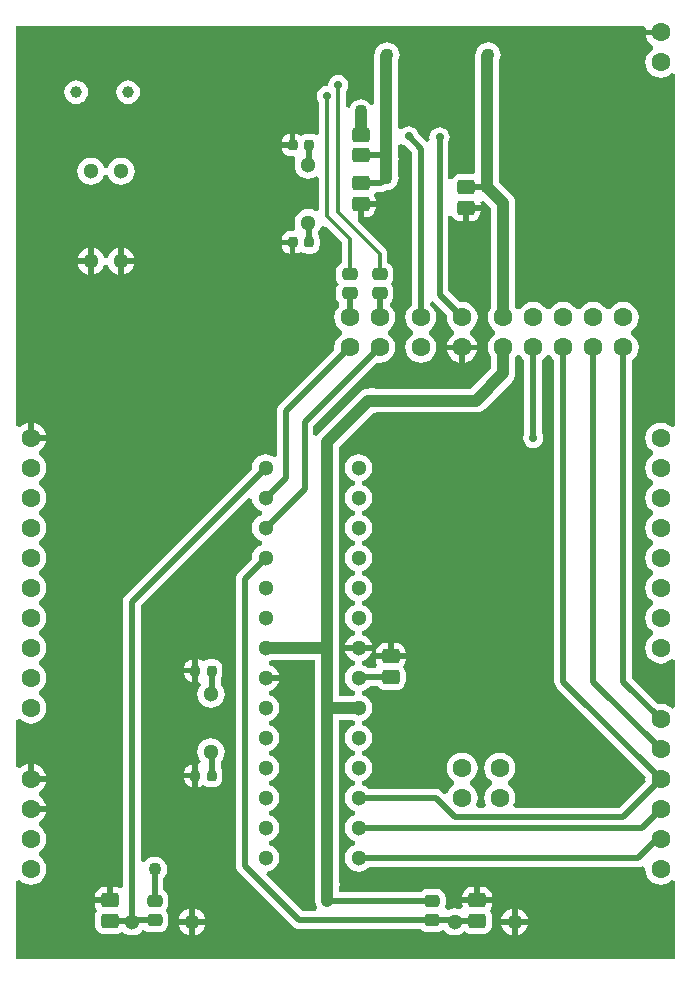
<source format=gbl>
%FSTAX43Y43*%
%MOMM*%
G71*
G01*
G75*
G04 Layer_Physical_Order=2*
G04 Layer_Color=255*
G04:AMPARAMS|DCode=10|XSize=2.5mm|YSize=2mm|CornerRadius=0.5mm|HoleSize=0mm|Usage=FLASHONLY|Rotation=90.000|XOffset=0mm|YOffset=0mm|HoleType=Round|Shape=RoundedRectangle|*
%AMROUNDEDRECTD10*
21,1,2.500,1.000,0,0,90.0*
21,1,1.500,2.000,0,0,90.0*
1,1,1.000,0.500,0.750*
1,1,1.000,0.500,-0.750*
1,1,1.000,-0.500,-0.750*
1,1,1.000,-0.500,0.750*
%
%ADD10ROUNDEDRECTD10*%
%ADD11O,0.500X2.250*%
G04:AMPARAMS|DCode=12|XSize=1.3mm|YSize=1mm|CornerRadius=0.25mm|HoleSize=0mm|Usage=FLASHONLY|Rotation=0.000|XOffset=0mm|YOffset=0mm|HoleType=Round|Shape=RoundedRectangle|*
%AMROUNDEDRECTD12*
21,1,1.300,0.500,0,0,0.0*
21,1,0.800,1.000,0,0,0.0*
1,1,0.500,0.400,-0.250*
1,1,0.500,-0.400,-0.250*
1,1,0.500,-0.400,0.250*
1,1,0.500,0.400,0.250*
%
%ADD12ROUNDEDRECTD12*%
G04:AMPARAMS|DCode=13|XSize=1mm|YSize=2.8mm|CornerRadius=0.25mm|HoleSize=0mm|Usage=FLASHONLY|Rotation=270.000|XOffset=0mm|YOffset=0mm|HoleType=Round|Shape=RoundedRectangle|*
%AMROUNDEDRECTD13*
21,1,1.000,2.300,0,0,270.0*
21,1,0.500,2.800,0,0,270.0*
1,1,0.500,-1.150,-0.250*
1,1,0.500,-1.150,0.250*
1,1,0.500,1.150,0.250*
1,1,0.500,1.150,-0.250*
%
%ADD13ROUNDEDRECTD13*%
G04:AMPARAMS|DCode=14|XSize=0.9mm|YSize=2.7mm|CornerRadius=0.225mm|HoleSize=0mm|Usage=FLASHONLY|Rotation=270.000|XOffset=0mm|YOffset=0mm|HoleType=Round|Shape=RoundedRectangle|*
%AMROUNDEDRECTD14*
21,1,0.900,2.250,0,0,270.0*
21,1,0.450,2.700,0,0,270.0*
1,1,0.450,-1.125,-0.225*
1,1,0.450,-1.125,0.225*
1,1,0.450,1.125,0.225*
1,1,0.450,1.125,-0.225*
%
%ADD14ROUNDEDRECTD14*%
G04:AMPARAMS|DCode=15|XSize=1.5mm|YSize=1.25mm|CornerRadius=0.313mm|HoleSize=0mm|Usage=FLASHONLY|Rotation=180.000|XOffset=0mm|YOffset=0mm|HoleType=Round|Shape=RoundedRectangle|*
%AMROUNDEDRECTD15*
21,1,1.500,0.625,0,0,180.0*
21,1,0.875,1.250,0,0,180.0*
1,1,0.625,-0.438,0.313*
1,1,0.625,0.438,0.313*
1,1,0.625,0.438,-0.313*
1,1,0.625,-0.438,-0.313*
%
%ADD15ROUNDEDRECTD15*%
G04:AMPARAMS|DCode=16|XSize=1.9mm|YSize=0.5mm|CornerRadius=0.125mm|HoleSize=0mm|Usage=FLASHONLY|Rotation=0.000|XOffset=0mm|YOffset=0mm|HoleType=Round|Shape=RoundedRectangle|*
%AMROUNDEDRECTD16*
21,1,1.900,0.250,0,0,0.0*
21,1,1.650,0.500,0,0,0.0*
1,1,0.250,0.825,-0.125*
1,1,0.250,-0.825,-0.125*
1,1,0.250,-0.825,0.125*
1,1,0.250,0.825,0.125*
%
%ADD16ROUNDEDRECTD16*%
G04:AMPARAMS|DCode=17|XSize=1.9mm|YSize=0.5mm|CornerRadius=0.125mm|HoleSize=0mm|Usage=FLASHONLY|Rotation=90.000|XOffset=0mm|YOffset=0mm|HoleType=Round|Shape=RoundedRectangle|*
%AMROUNDEDRECTD17*
21,1,1.900,0.250,0,0,90.0*
21,1,1.650,0.500,0,0,90.0*
1,1,0.250,0.125,0.825*
1,1,0.250,0.125,-0.825*
1,1,0.250,-0.125,-0.825*
1,1,0.250,-0.125,0.825*
%
%ADD17ROUNDEDRECTD17*%
G04:AMPARAMS|DCode=18|XSize=1.3mm|YSize=1mm|CornerRadius=0.25mm|HoleSize=0mm|Usage=FLASHONLY|Rotation=90.000|XOffset=0mm|YOffset=0mm|HoleType=Round|Shape=RoundedRectangle|*
%AMROUNDEDRECTD18*
21,1,1.300,0.500,0,0,90.0*
21,1,0.800,1.000,0,0,90.0*
1,1,0.500,0.250,0.400*
1,1,0.500,0.250,-0.400*
1,1,0.500,-0.250,-0.400*
1,1,0.500,-0.250,0.400*
%
%ADD18ROUNDEDRECTD18*%
G04:AMPARAMS|DCode=19|XSize=2.65mm|YSize=1.75mm|CornerRadius=0.438mm|HoleSize=0mm|Usage=FLASHONLY|Rotation=270.000|XOffset=0mm|YOffset=0mm|HoleType=Round|Shape=RoundedRectangle|*
%AMROUNDEDRECTD19*
21,1,2.650,0.875,0,0,270.0*
21,1,1.775,1.750,0,0,270.0*
1,1,0.875,-0.438,-0.887*
1,1,0.875,-0.438,0.887*
1,1,0.875,0.438,0.887*
1,1,0.875,0.438,-0.887*
%
%ADD19ROUNDEDRECTD19*%
G04:AMPARAMS|DCode=20|XSize=1.5mm|YSize=1.3mm|CornerRadius=0.325mm|HoleSize=0mm|Usage=FLASHONLY|Rotation=0.000|XOffset=0mm|YOffset=0mm|HoleType=Round|Shape=RoundedRectangle|*
%AMROUNDEDRECTD20*
21,1,1.500,0.650,0,0,0.0*
21,1,0.850,1.300,0,0,0.0*
1,1,0.650,0.425,-0.325*
1,1,0.650,-0.425,-0.325*
1,1,0.650,-0.425,0.325*
1,1,0.650,0.425,0.325*
%
%ADD20ROUNDEDRECTD20*%
G04:AMPARAMS|DCode=21|XSize=1.5mm|YSize=1.3mm|CornerRadius=0.325mm|HoleSize=0mm|Usage=FLASHONLY|Rotation=270.000|XOffset=0mm|YOffset=0mm|HoleType=Round|Shape=RoundedRectangle|*
%AMROUNDEDRECTD21*
21,1,1.500,0.650,0,0,270.0*
21,1,0.850,1.300,0,0,270.0*
1,1,0.650,-0.325,-0.425*
1,1,0.650,-0.325,0.425*
1,1,0.650,0.325,0.425*
1,1,0.650,0.325,-0.425*
%
%ADD21ROUNDEDRECTD21*%
%ADD22C,1.000*%
%ADD23C,0.500*%
%ADD24C,0.300*%
%ADD25C,1.300*%
%ADD26C,1.600*%
%ADD27C,1.000*%
%ADD28C,1.100*%
%ADD29C,0.700*%
G04:AMPARAMS|DCode=30|XSize=0.9mm|YSize=0.8mm|CornerRadius=0.2mm|HoleSize=0mm|Usage=FLASHONLY|Rotation=270.000|XOffset=0mm|YOffset=0mm|HoleType=Round|Shape=RoundedRectangle|*
%AMROUNDEDRECTD30*
21,1,0.900,0.400,0,0,270.0*
21,1,0.500,0.800,0,0,270.0*
1,1,0.400,-0.200,-0.250*
1,1,0.400,-0.200,0.250*
1,1,0.400,0.200,0.250*
1,1,0.400,0.200,-0.250*
%
%ADD30ROUNDEDRECTD30*%
G36*
X0122263Y0092418D02*
X0122434Y0092287D01*
Y0086072D01*
X0122362Y0085899D01*
X0122333Y0085677D01*
X0122362Y0085456D01*
X0122448Y0085249D01*
X0122584Y0085071D01*
X0122761Y0084935D01*
X0122968Y0084849D01*
X012319Y008482D01*
X0123412Y0084849D01*
X0123619Y0084935D01*
X0123796Y0085071D01*
X0123932Y0085249D01*
X0124018Y0085456D01*
X0124047Y0085677D01*
X0124018Y0085899D01*
X0123946Y0086072D01*
Y0092287D01*
X0124117Y0092418D01*
X012431Y0092669D01*
X012461D01*
X0124803Y0092418D01*
X0124974Y0092287D01*
Y0065031D01*
X0124974Y0065031D01*
X0124974D01*
X0124999Y0064835D01*
X0125075Y0064652D01*
X0125195Y0064496D01*
X0132692Y0056998D01*
X0132664Y0056785D01*
X0132692Y0056572D01*
X0130487Y0054366D01*
X0121665D01*
X0121499Y0054616D01*
X0121599Y0054858D01*
X0121644Y0055197D01*
X0121599Y0055537D01*
X0121468Y0055853D01*
X012126Y0056125D01*
X0121008Y0056318D01*
Y0056618D01*
X012126Y005681D01*
X0121468Y0057082D01*
X0121599Y0057398D01*
X0121644Y0057737D01*
X0121599Y0058077D01*
X0121468Y0058393D01*
X012126Y0058665D01*
X0120988Y0058873D01*
X0120672Y0059004D01*
X0120332Y0059049D01*
X0119993Y0059004D01*
X0119677Y0058873D01*
X0119405Y0058665D01*
X0119197Y0058393D01*
X0119066Y0058077D01*
X0119021Y0057737D01*
X0119066Y0057398D01*
X0119197Y0057082D01*
X0119405Y005681D01*
X0119657Y0056618D01*
Y0056318D01*
X0119405Y0056125D01*
X0119197Y0055853D01*
X0119066Y0055537D01*
X0119021Y0055197D01*
X0119066Y0054858D01*
X0119166Y0054616D01*
X0119Y0054366D01*
X011849D01*
X0118324Y0054616D01*
X0118424Y0054858D01*
X0118469Y0055197D01*
X0118424Y0055537D01*
X0118293Y0055853D01*
X0118085Y0056125D01*
X0117833Y0056318D01*
Y0056618D01*
X0118085Y005681D01*
X0118293Y0057082D01*
X0118424Y0057398D01*
X0118469Y0057737D01*
X0118424Y0058077D01*
X0118293Y0058393D01*
X0118085Y0058665D01*
X0117813Y0058873D01*
X0117497Y0059004D01*
X0117158Y0059049D01*
X0116818Y0059004D01*
X0116502Y0058873D01*
X011623Y0058665D01*
X0116022Y0058393D01*
X0115891Y0058077D01*
X0115846Y0057737D01*
X0115891Y0057398D01*
X0116022Y0057082D01*
X011623Y005681D01*
X0116482Y0056618D01*
Y0056318D01*
X011623Y0056125D01*
X0116022Y0055853D01*
X0115928Y0055627D01*
X0115634Y0055568D01*
X011547Y0055732D01*
X0115313Y0055853D01*
X0115131Y0055928D01*
X0114935Y0055954D01*
X0109262D01*
X0109213Y0056018D01*
X0108972Y0056202D01*
X0108694Y0056318D01*
Y0056618D01*
X0108972Y0056733D01*
X0109213Y0056917D01*
X0109397Y0057158D01*
X0109513Y0057437D01*
X0109552Y0057737D01*
X0109513Y0058038D01*
X0109397Y0058317D01*
X0109213Y0058558D01*
X0108972Y0058742D01*
X0108694Y0058857D01*
Y0059158D01*
X0108972Y0059273D01*
X0109213Y0059457D01*
X0109397Y0059698D01*
X0109513Y0059977D01*
X0109552Y0060278D01*
X0109513Y0060578D01*
X0109397Y0060857D01*
X0109213Y0061098D01*
X0108972Y0061282D01*
X0108694Y0061397D01*
Y0061697D01*
X0108972Y0061813D01*
X0109213Y0061997D01*
X0109397Y0062238D01*
X0109513Y0062517D01*
X0109552Y0062818D01*
X0109513Y0063118D01*
X0109397Y0063397D01*
X0109213Y0063638D01*
X0108972Y0063822D01*
X0108694Y0063938D01*
Y0064238D01*
X0108972Y0064353D01*
X0109213Y0064537D01*
X0109321Y0064679D01*
X0110004D01*
X0110108Y0064543D01*
X0110278Y0064413D01*
X0110475Y0064331D01*
X0110688Y0064303D01*
X0111562D01*
X0111775Y0064331D01*
X0111972Y0064413D01*
X0112142Y0064543D01*
X0112272Y0064713D01*
X0112354Y006491D01*
X0112382Y0065122D01*
Y0065747D01*
X0112354Y006596D01*
X0112272Y0066157D01*
X0112155Y006631D01*
X0112272Y0066463D01*
X0112354Y006666D01*
X0112382Y0066872D01*
Y0066935D01*
X0109868D01*
Y0066872D01*
X0109896Y006666D01*
X0109978Y0066463D01*
X0109979Y0066461D01*
X0109847Y0066191D01*
X0109195D01*
X0108972Y0066362D01*
X0108694Y0066478D01*
Y0066777D01*
X0108972Y0066893D01*
X0109213Y0067077D01*
X0109397Y0067318D01*
X0109513Y0067597D01*
X010952Y0067647D01*
X0107266D01*
X0107272Y0067597D01*
X0107388Y0067318D01*
X0107572Y0067077D01*
X0107813Y0066893D01*
X0108091Y0066777D01*
Y0066478D01*
X0107813Y0066362D01*
X0107572Y0066178D01*
X0107388Y0065937D01*
X0107272Y0065658D01*
X0107233Y0065357D01*
X0107272Y0065057D01*
X0107388Y0064778D01*
X0107572Y0064537D01*
X0107813Y0064353D01*
X0108091Y0064238D01*
Y0063938D01*
X0107822Y0063826D01*
X0106736D01*
Y0067897D01*
X0106736Y0067897D01*
X0106736Y0067897D01*
Y0067897D01*
Y0084942D01*
X0109595Y0087801D01*
X0109812Y008783D01*
X0109846Y0087844D01*
X0118353D01*
X0118614Y0087878D01*
X0118857Y0087979D01*
X0119066Y0088139D01*
X0121363Y0090437D01*
X0121523Y0090646D01*
X0121624Y0090889D01*
X0121659Y009115D01*
X0121659Y009115D01*
X0121659Y009115D01*
Y009115D01*
Y0092524D01*
X012177Y0092669D01*
X012207D01*
X0122263Y0092418D01*
D02*
G37*
G36*
X0112024Y0110601D02*
X0112201Y0110465D01*
X0112374Y0110393D01*
X0112909Y0109859D01*
Y0096943D01*
X0112738Y0096812D01*
X0112529Y0096541D01*
X0112398Y0096224D01*
X0112354Y0095885D01*
X0112398Y0095546D01*
X0112529Y0095229D01*
X0112738Y0094958D01*
X0112989Y0094765D01*
Y0094465D01*
X0112738Y0094272D01*
X0112529Y0094001D01*
X0112398Y0093684D01*
X0112354Y0093345D01*
X0112398Y0093006D01*
X0112529Y0092689D01*
X0112738Y0092418D01*
X0113009Y0092209D01*
X0113326Y0092078D01*
X0113665Y0092034D01*
X0114004Y0092078D01*
X0114321Y0092209D01*
X0114592Y0092418D01*
X0114801Y0092689D01*
X0114932Y0093006D01*
X0114976Y0093345D01*
X0114932Y0093684D01*
X0114801Y0094001D01*
X0114592Y0094272D01*
X0114341Y0094465D01*
Y0094765D01*
X0114592Y0094958D01*
X0114801Y0095229D01*
X0114932Y0095546D01*
X0114976Y0095885D01*
X0114932Y0096224D01*
X0114801Y0096541D01*
X0114592Y0096812D01*
X0114465Y009691D01*
X0114514Y0097206D01*
X0114706Y0097271D01*
X0114718Y0097255D01*
X0115874Y0096098D01*
X0115846Y0095885D01*
X0115891Y0095546D01*
X0116022Y0095229D01*
X011623Y0094958D01*
X0116482Y0094765D01*
Y0094465D01*
X011623Y0094272D01*
X0116022Y0094001D01*
X0115891Y0093684D01*
X0115879Y0093595D01*
X0118436D01*
X0118424Y0093684D01*
X0118293Y0094001D01*
X0118085Y0094272D01*
X0117833Y0094465D01*
Y0094765D01*
X0118085Y0094958D01*
X0118293Y0095229D01*
X0118424Y0095546D01*
X0118469Y0095885D01*
X0118424Y0096224D01*
X0118293Y0096541D01*
X0118085Y0096812D01*
X0117813Y0097021D01*
X0117497Y0097152D01*
X0117158Y0097196D01*
X0116944Y0097168D01*
X0116009Y0098103D01*
Y0104449D01*
X0116303Y0104507D01*
X0116328Y0104448D01*
X0116458Y0104278D01*
X0116628Y0104148D01*
X0116825Y0104066D01*
X0117037Y0104038D01*
X0117225D01*
Y010517D01*
X0117475D01*
Y010542D01*
X0118732D01*
Y0105482D01*
X011871Y0105649D01*
X0118979Y0105782D01*
X0119641Y010512D01*
Y0096706D01*
X0119514Y0096541D01*
X0119383Y0096224D01*
X0119339Y0095885D01*
X0119383Y0095546D01*
X0119514Y0095229D01*
X0119723Y0094958D01*
X0119974Y0094765D01*
Y0094465D01*
X0119723Y0094272D01*
X0119514Y0094001D01*
X0119383Y0093684D01*
X0119339Y0093345D01*
X0119383Y0093006D01*
X0119514Y0092689D01*
X0119641Y0092524D01*
Y0091568D01*
X0117935Y0089861D01*
X0109846D01*
X0109812Y0089875D01*
X0109537Y0089912D01*
X0109263Y0089875D01*
X0109229Y0089861D01*
X010922D01*
X0108959Y0089827D01*
X0108716Y0089726D01*
X0108507Y0089566D01*
X0105014Y0086073D01*
X0104863Y0085876D01*
X0104655Y0085947D01*
X0104579Y0085978D01*
Y0086682D01*
X0109959Y0092062D01*
X0110173Y0092034D01*
X0110512Y0092078D01*
X0110828Y0092209D01*
X01111Y0092418D01*
X0111308Y0092689D01*
X0111439Y0093006D01*
X0111484Y0093345D01*
X0111439Y0093684D01*
X0111308Y0094001D01*
X01111Y0094272D01*
X0110848Y0094465D01*
Y0094765D01*
X01111Y0094958D01*
X0111308Y0095229D01*
X0111439Y0095546D01*
X0111484Y0095885D01*
X0111439Y0096224D01*
X0111308Y0096541D01*
X01111Y0096812D01*
X0111074Y0096832D01*
Y0097132D01*
X0111107Y0097158D01*
X0111228Y0097314D01*
X0111303Y0097497D01*
X0111329Y0097692D01*
Y0098192D01*
X0111303Y0098388D01*
X0111228Y0098571D01*
X0111107Y0098727D01*
Y0098758D01*
X0111228Y0098914D01*
X0111303Y0099097D01*
X0111329Y0099293D01*
Y0099793D01*
X0111303Y0099988D01*
X0111228Y0100171D01*
X0111107Y0100327D01*
X0110951Y0100448D01*
X0110828Y0100498D01*
Y0101283D01*
X0110806Y0101452D01*
X0110787Y0101498D01*
X011074Y010161D01*
X0110636Y0101746D01*
X0108304Y0104078D01*
X0108335Y0104154D01*
Y0105488D01*
X0108585D01*
Y0105738D01*
X0109842D01*
Y01058D01*
X0109814Y0106012D01*
X0109732Y010621D01*
X0109731Y0106212D01*
X0109863Y0106481D01*
X0110272D01*
X0110468Y0106507D01*
X0110651Y0106582D01*
X0110731Y0106644D01*
X0110738Y0106643D01*
X0111012Y010668D01*
X0111267Y0106785D01*
X0111486Y0106954D01*
X0111655Y0107173D01*
X011176Y0107428D01*
X0111797Y0107702D01*
X011176Y0107977D01*
X0111746Y0108011D01*
Y0109024D01*
X0111748Y0109028D01*
X0111784Y0109302D01*
X0111748Y0109577D01*
X0111734Y0109611D01*
Y0110513D01*
X0112018Y0110609D01*
X0112024Y0110601D01*
D02*
G37*
G36*
X0132709Y0120354D02*
X0132697Y0120265D01*
X0133975D01*
Y0119765D01*
X0132697D01*
X0132709Y0119676D01*
X013284Y0119359D01*
X0133048Y0119088D01*
X01333Y0118895D01*
Y0118595D01*
X0133048Y0118402D01*
X013284Y0118131D01*
X0132709Y0117814D01*
X0132664Y0117475D01*
X0132709Y0117136D01*
X013284Y0116819D01*
X0133048Y0116548D01*
X013332Y0116339D01*
X0133636Y0116208D01*
X0133975Y0116164D01*
X0134315Y0116208D01*
X0134631Y0116339D01*
X0134903Y0116548D01*
X0134915Y0116564D01*
X0135199Y0116467D01*
Y0086685D01*
X0134915Y0086589D01*
X0134903Y0086605D01*
X0134631Y0086813D01*
X0134315Y0086944D01*
X0133975Y0086989D01*
X0133636Y0086944D01*
X013332Y0086813D01*
X0133048Y0086605D01*
X013284Y0086333D01*
X0132709Y0086017D01*
X0132664Y0085677D01*
X0132709Y0085338D01*
X013284Y0085022D01*
X0133048Y008475D01*
X01333Y0084558D01*
Y0084257D01*
X0133048Y0084065D01*
X013284Y0083793D01*
X0132709Y0083477D01*
X0132664Y0083137D01*
X0132709Y0082798D01*
X013284Y0082482D01*
X0133048Y008221D01*
X01333Y0082018D01*
Y0081717D01*
X0133048Y0081525D01*
X013284Y0081253D01*
X0132709Y0080937D01*
X0132664Y0080598D01*
X0132709Y0080258D01*
X013284Y0079942D01*
X0133048Y007967D01*
X01333Y0079478D01*
Y0079177D01*
X0133048Y0078985D01*
X013284Y0078713D01*
X0132709Y0078397D01*
X0132664Y0078058D01*
X0132709Y0077718D01*
X013284Y0077402D01*
X0133048Y007713D01*
X01333Y0076938D01*
Y0076637D01*
X0133048Y0076445D01*
X013284Y0076173D01*
X0132709Y0075857D01*
X0132664Y0075518D01*
X0132709Y0075178D01*
X013284Y0074862D01*
X0133048Y007459D01*
X01333Y0074397D01*
Y0074098D01*
X0133048Y0073905D01*
X013284Y0073633D01*
X0132709Y0073317D01*
X0132664Y0072978D01*
X0132709Y0072638D01*
X013284Y0072322D01*
X0133048Y007205D01*
X01333Y0071857D01*
Y0071558D01*
X0133048Y0071365D01*
X013284Y0071093D01*
X0132709Y0070777D01*
X0132664Y0070438D01*
X0132709Y0070098D01*
X013284Y0069782D01*
X0133048Y006951D01*
X01333Y0069317D01*
Y0069018D01*
X0133048Y0068825D01*
X013284Y0068553D01*
X0132709Y0068237D01*
X0132664Y0067897D01*
X0132709Y0067558D01*
X013284Y0067242D01*
X0133048Y006697D01*
X013332Y0066762D01*
X0133636Y0066631D01*
X0133975Y0066586D01*
X0134315Y0066631D01*
X0134631Y0066762D01*
X0134903Y006697D01*
X0134915Y0066986D01*
X0135199Y006689D01*
Y0062873D01*
X0134915Y0062776D01*
X0134903Y0062792D01*
X0134631Y0063001D01*
X0134315Y0063132D01*
X0133975Y0063176D01*
X0133762Y0063148D01*
X0131566Y0065344D01*
Y0092287D01*
X0131737Y0092418D01*
X0131946Y0092689D01*
X0132077Y0093006D01*
X0132121Y0093345D01*
X0132077Y0093684D01*
X0131946Y0094001D01*
X0131737Y0094272D01*
X0131486Y0094465D01*
Y0094765D01*
X0131737Y0094958D01*
X0131946Y0095229D01*
X0132077Y0095546D01*
X0132121Y0095885D01*
X0132077Y0096224D01*
X0131946Y0096541D01*
X0131737Y0096812D01*
X0131466Y0097021D01*
X0131149Y0097152D01*
X013081Y0097196D01*
X0130471Y0097152D01*
X0130154Y0097021D01*
X0129883Y0096812D01*
X012969Y0096561D01*
X012939D01*
X0129197Y0096812D01*
X0128926Y0097021D01*
X0128609Y0097152D01*
X012827Y0097196D01*
X0127931Y0097152D01*
X0127614Y0097021D01*
X0127343Y0096812D01*
X012715Y0096561D01*
X012685D01*
X0126657Y0096812D01*
X0126386Y0097021D01*
X0126069Y0097152D01*
X012573Y0097196D01*
X0125391Y0097152D01*
X0125074Y0097021D01*
X0124803Y0096812D01*
X012461Y0096561D01*
X012431D01*
X0124117Y0096812D01*
X0123846Y0097021D01*
X0123529Y0097152D01*
X012319Y0097196D01*
X0122851Y0097152D01*
X0122534Y0097021D01*
X0122263Y0096812D01*
X012207Y0096561D01*
X012177D01*
X0121659Y0096706D01*
Y0105537D01*
X0121624Y0105799D01*
X0121523Y0106042D01*
X0121363Y0106251D01*
X0120294Y010732D01*
Y0117576D01*
X0120297Y011758D01*
X0120403Y0117836D01*
X0120439Y011811D01*
X0120403Y0118384D01*
X0120297Y011864D01*
X0120129Y0118859D01*
X011991Y0119027D01*
X0119654Y0119133D01*
X011938Y0119169D01*
X0119106Y0119133D01*
X011885Y0119027D01*
X0118631Y0118859D01*
X0118463Y011864D01*
X0118415Y0118524D01*
X0118411Y0118519D01*
X0118311Y0118276D01*
X0118276Y0118015D01*
Y0108232D01*
X0118051Y0108034D01*
X0117912Y0108052D01*
X0117037D01*
X0116825Y0108024D01*
X0116628Y0107942D01*
X0116458Y0107812D01*
X0116328Y0107642D01*
X0116303Y0107583D01*
X0116009Y0107641D01*
Y011073D01*
X0116081Y0110903D01*
X011611Y0111125D01*
X0116081Y0111347D01*
X0115995Y0111554D01*
X0115859Y0111731D01*
X0115681Y0111867D01*
X0115474Y0111953D01*
X0115253Y0111982D01*
X0115031Y0111953D01*
X0114824Y0111867D01*
X0114646Y0111731D01*
X011451Y0111554D01*
X0114424Y0111347D01*
X0114395Y0111125D01*
X0114424Y0110903D01*
X0114427Y0110896D01*
X0114178Y0110729D01*
X0113444Y0111463D01*
X0113372Y0111636D01*
X0113236Y0111814D01*
X0113059Y011195D01*
X0112852Y0112036D01*
X011263Y0112065D01*
X0112408Y0112036D01*
X0112201Y011195D01*
X0112024Y0111814D01*
X0112018Y0111806D01*
X0111734Y0111902D01*
Y0117602D01*
X011183Y0117836D01*
X0111867Y011811D01*
X011183Y0118384D01*
X0111725Y011864D01*
X0111556Y0118859D01*
X0111337Y0119027D01*
X0111082Y0119133D01*
X0110808Y0119169D01*
X0110533Y0119133D01*
X0110278Y0119027D01*
X0110059Y0118859D01*
X010989Y011864D01*
X0109785Y0118384D01*
X0109782Y0118364D01*
X0109751Y0118289D01*
X0109716Y0118027D01*
Y0113982D01*
X0109432Y0113886D01*
X0109298Y0114061D01*
X0109089Y0114221D01*
X0108846Y0114322D01*
X0108585Y0114356D01*
X0108324Y0114322D01*
X0108081Y0114221D01*
X0107872Y0114061D01*
X0107712Y0113852D01*
X010763Y0113655D01*
X0107336Y0113713D01*
Y0115028D01*
X0107422Y0115141D01*
X0107508Y0115348D01*
X0107537Y011557D01*
X0107508Y0115792D01*
X0107422Y0115999D01*
X0107286Y0116176D01*
X0107109Y0116312D01*
X0106902Y0116398D01*
X010668Y0116427D01*
X0106458Y0116398D01*
X0106251Y0116312D01*
X0106074Y0116176D01*
X0105938Y0115999D01*
X0105852Y0115792D01*
X0105823Y011557D01*
X0105728Y0115475D01*
X0105506Y0115446D01*
X0105299Y011536D01*
X0105121Y0115224D01*
X0104985Y0115046D01*
X0104899Y0114839D01*
X010487Y0114618D01*
X0104899Y0114396D01*
X0104985Y0114189D01*
X0105072Y0114076D01*
Y011145D01*
X0104803Y0111317D01*
X0104758Y0111351D01*
X0104588Y0111422D01*
X0104405Y0111446D01*
X0104005D01*
X0103822Y0111422D01*
X0103652Y0111351D01*
Y0111351D01*
X0103652Y0111351D01*
D01*
X0103504Y0111239D01*
D01*
X0103358Y0111351D01*
X0103188Y0111422D01*
X0103055Y0111439D01*
Y011049D01*
X0102805D01*
Y011024D01*
X0101899D01*
X0101923Y0110057D01*
X0101994Y0109887D01*
X0102106Y0109741D01*
X0102252Y0109629D01*
X0102422Y0109558D01*
X0102605Y0109534D01*
X0102928D01*
X0103024Y0109391D01*
X0103052Y010918D01*
X010302Y0109103D01*
X010298Y0108802D01*
X010302Y0108502D01*
X0103135Y0108223D01*
X010332Y0107982D01*
X010356Y0107798D01*
X010384Y0107682D01*
X010414Y0107643D01*
X010444Y0107682D01*
X010472Y0107798D01*
X0104803Y0107862D01*
X0105072Y0107729D01*
Y0104996D01*
X0104803Y0104863D01*
X010472Y0104927D01*
X010444Y0105043D01*
X010414Y0105082D01*
X010384Y0105043D01*
X010356Y0104927D01*
X010332Y0104743D01*
X0103135Y0104502D01*
X010302Y0104223D01*
X010298Y0103923D01*
X010302Y0103622D01*
X0103052Y0103545D01*
X0103024Y0103334D01*
X0102928Y0103191D01*
X0102605D01*
X0102422Y0103167D01*
X0102252Y0103096D01*
X0102106Y0102984D01*
X0101994Y0102838D01*
X0101923Y0102668D01*
X0101899Y0102485D01*
X0102805D01*
Y0102235D01*
X0103055D01*
Y0101286D01*
X0103188Y0101303D01*
X0103358Y0101374D01*
X0103504Y0101486D01*
X0103504Y0101486D01*
Y0101486D01*
X0103652Y0101374D01*
D01*
X0103652Y0101374D01*
Y0101374D01*
X0103822Y0101303D01*
X0104005Y0101279D01*
X0104405D01*
X0104588Y0101303D01*
X0104758Y0101374D01*
X0104904Y0101486D01*
X0105016Y0101632D01*
X0105087Y0101802D01*
X0105111Y0101985D01*
Y0102485D01*
X0105087Y0102668D01*
X0105016Y0102838D01*
X0104961Y010291D01*
Y0103104D01*
X0105145Y0103343D01*
X010526Y0103622D01*
X0105692Y0103565D01*
X0106977Y0102281D01*
Y0100498D01*
X0106854Y0100448D01*
X0106698Y0100327D01*
X0106577Y0100171D01*
X0106502Y0099988D01*
X0106476Y0099793D01*
Y0099293D01*
X0106502Y0099097D01*
X0106577Y0098914D01*
X0106698Y0098758D01*
Y0098727D01*
X0106577Y0098571D01*
X0106502Y0098388D01*
X0106476Y0098192D01*
Y0097692D01*
X0106502Y0097497D01*
X0106577Y0097314D01*
X0106698Y0097158D01*
X0106731Y0097132D01*
Y0096832D01*
X0106705Y0096812D01*
X0106497Y0096541D01*
X0106366Y0096224D01*
X0106321Y0095885D01*
X0106366Y0095546D01*
X0106497Y0095229D01*
X0106705Y0094958D01*
X0106957Y0094765D01*
Y0094465D01*
X0106705Y0094272D01*
X0106497Y0094001D01*
X0106366Y0093684D01*
X0106321Y0093345D01*
X0106349Y0093132D01*
X01017Y0088482D01*
X010158Y0088326D01*
X0101504Y0088143D01*
X0101479Y0087948D01*
Y0084193D01*
X0101209Y008406D01*
X0101102Y0084142D01*
X0100823Y0084258D01*
X0100522Y0084297D01*
X0100222Y0084258D01*
X0099943Y0084142D01*
X0099702Y0083958D01*
X0099518Y0083717D01*
X0099402Y0083438D01*
X0099363Y0083137D01*
X0099373Y0083058D01*
X0088683Y0072367D01*
X0088562Y0072211D01*
X0088487Y0072028D01*
X0088461Y0071832D01*
Y0047678D01*
X0088192Y0047545D01*
X008816Y004757D01*
X0087962Y0047652D01*
X008775Y004768D01*
X0087562D01*
Y0046548D01*
X0087312D01*
Y0046298D01*
X0086055D01*
Y0046235D01*
X0086083Y0046023D01*
X0086165Y0045825D01*
X0086282Y0045673D01*
X0086165Y004552D01*
X0086083Y0045322D01*
X0086055Y004511D01*
Y0044485D01*
X0086083Y0044273D01*
X0086165Y0044075D01*
X0086296Y0043906D01*
X0086465Y0043775D01*
X0086663Y0043693D01*
X0086875Y0043665D01*
X008775D01*
X0087962Y0043693D01*
X008816Y0043775D01*
X0088329Y0043906D01*
X0088393Y0043906D01*
X0088397Y00439D01*
X0088638Y0043715D01*
X0088917Y00436D01*
X0089217Y004356D01*
X0089518Y00436D01*
X0089797Y0043715D01*
X0090038Y00439D01*
X0090182Y0044088D01*
X0090344Y0043967D01*
X0090344Y0043967D01*
X0090527Y0043892D01*
X0090723Y0043866D01*
X0091522D01*
X0091718Y0043892D01*
X0091901Y0043967D01*
X0092057Y0044088D01*
X0092178Y0044244D01*
X0092253Y0044427D01*
X0092279Y0044623D01*
Y0045123D01*
X0092253Y0045318D01*
X0092178Y0045501D01*
X0092057Y0045657D01*
Y0045688D01*
X0092178Y0045844D01*
X0092253Y0046027D01*
X0092279Y0046222D01*
Y0046722D01*
X0092253Y0046918D01*
X0092178Y0047101D01*
X0092057Y0047257D01*
X0091901Y0047378D01*
X0091879Y0047387D01*
Y0048426D01*
X009204Y0048635D01*
X0092145Y0048891D01*
X0092182Y0049165D01*
X0092145Y0049439D01*
X009204Y0049695D01*
X0091871Y0049914D01*
X0091652Y0050082D01*
X0091397Y0050188D01*
X0091122Y0050224D01*
X0090848Y0050188D01*
X0090593Y0050082D01*
X0090374Y0049914D01*
X0090258Y0049763D01*
X0089974Y004986D01*
Y0071519D01*
X0099087Y0080632D01*
X0099371Y0080535D01*
X0099402Y0080297D01*
X0099518Y0080018D01*
X0099702Y0079777D01*
X0099943Y0079593D01*
X0100221Y0079478D01*
Y0079177D01*
X0099943Y0079062D01*
X0099702Y0078878D01*
X0099518Y0078637D01*
X0099402Y0078358D01*
X0099363Y0078058D01*
X0099402Y0077757D01*
X0099518Y0077478D01*
X0099702Y0077237D01*
X0099943Y0077053D01*
X0100221Y0076938D01*
Y0076637D01*
X0099943Y0076522D01*
X0099702Y0076338D01*
X0099518Y0076097D01*
X0099402Y0075818D01*
X0099363Y0075518D01*
X0099373Y0075438D01*
X0098208Y0074272D01*
X0098087Y0074116D01*
X0098012Y0073933D01*
X0097986Y0073738D01*
Y0049482D01*
X0098012Y0049287D01*
X0098087Y0049104D01*
X0098208Y0048948D01*
X0102818Y0044338D01*
X0102974Y0044217D01*
X0103157Y0044142D01*
X0103353Y0044116D01*
X0113661D01*
X0113683Y0044088D01*
X0113839Y0043967D01*
X0114022Y0043892D01*
X0114217Y0043866D01*
X0115018D01*
X0115213Y0043892D01*
X0115396Y0043967D01*
X0115396Y0043967D01*
X0115558Y0044088D01*
X0115702Y00439D01*
X0115943Y0043715D01*
X0116222Y00436D01*
X0116522Y004356D01*
X0116823Y00436D01*
X0117102Y0043715D01*
X0117343Y00439D01*
X0117347Y0043906D01*
X0117411Y0043906D01*
X011758Y0043775D01*
X0117778Y0043693D01*
X011799Y0043665D01*
X0118865D01*
X0119077Y0043693D01*
X0119275Y0043775D01*
X0119444Y0043906D01*
X0119575Y0044075D01*
X0119657Y0044273D01*
X0119685Y0044485D01*
Y004511D01*
X0119657Y0045322D01*
X0119575Y004552D01*
X0119458Y0045673D01*
X0119575Y0045825D01*
X0119657Y0046023D01*
X0119685Y0046235D01*
Y0046298D01*
X011717D01*
Y0046235D01*
X0117198Y0046023D01*
X0117217Y0045977D01*
X0117005Y0045765D01*
X0116823Y004584D01*
X0116522Y004588D01*
X0116222Y004584D01*
X0115943Y0045725D01*
X0115934Y0045718D01*
X0115696Y0045901D01*
X0115748Y0046027D01*
X0115774Y0046222D01*
Y0046722D01*
X0115748Y0046918D01*
X0115673Y0047101D01*
X0115552Y0047257D01*
X0115396Y0047378D01*
X0115213Y0047453D01*
X0115018Y0047479D01*
X0114217D01*
X0114022Y0047453D01*
X0113839Y0047378D01*
X0113683Y0047257D01*
X0113661Y0047229D01*
X0106736D01*
Y0047586D01*
X010675Y0047621D01*
X0106787Y0047895D01*
X010675Y0048169D01*
X0106736Y0048204D01*
Y0061809D01*
X0107822D01*
X0108091Y0061697D01*
Y0061397D01*
X0107813Y0061282D01*
X0107572Y0061098D01*
X0107388Y0060857D01*
X0107272Y0060578D01*
X0107233Y0060278D01*
X0107272Y0059977D01*
X0107388Y0059698D01*
X0107572Y0059457D01*
X0107813Y0059273D01*
X0108091Y0059158D01*
Y0058857D01*
X0107813Y0058742D01*
X0107572Y0058558D01*
X0107388Y0058317D01*
X0107272Y0058038D01*
X0107233Y0057737D01*
X0107272Y0057437D01*
X0107388Y0057158D01*
X0107572Y0056917D01*
X0107813Y0056733D01*
X0108091Y0056618D01*
Y0056318D01*
X0107813Y0056202D01*
X0107572Y0056018D01*
X0107388Y0055777D01*
X0107272Y0055498D01*
X0107233Y0055197D01*
X0107272Y0054897D01*
X0107388Y0054618D01*
X0107572Y0054377D01*
X0107813Y0054193D01*
X0108091Y0054077D01*
Y0053778D01*
X0107813Y0053662D01*
X0107572Y0053478D01*
X0107388Y0053237D01*
X0107272Y0052958D01*
X0107233Y0052658D01*
X0107272Y0052357D01*
X0107388Y0052078D01*
X0107572Y0051837D01*
X0107813Y0051653D01*
X0108091Y0051537D01*
Y0051237D01*
X0107813Y0051122D01*
X0107572Y0050938D01*
X0107388Y0050697D01*
X0107272Y0050418D01*
X0107233Y0050118D01*
X0107272Y0049817D01*
X0107388Y0049538D01*
X0107572Y0049297D01*
X0107813Y0049113D01*
X0108092Y0048997D01*
X0108393Y0048958D01*
X0108693Y0048997D01*
X0108972Y0049113D01*
X0109213Y0049297D01*
X0109262Y0049361D01*
X013208D01*
X0132276Y0049387D01*
X013244Y0049455D01*
X0132498Y0049411D01*
X0132668Y004919D01*
X0132664Y0049165D01*
X0132709Y0048826D01*
X013284Y0048509D01*
X0133048Y0048238D01*
X013332Y0048029D01*
X0133636Y0047898D01*
X0133975Y0047854D01*
X0134315Y0047898D01*
X0134631Y0048029D01*
X0134903Y0048238D01*
X0134915Y0048254D01*
X0135199Y0048157D01*
Y0041601D01*
X0079431D01*
Y0048145D01*
X0079715Y0048241D01*
X0079718Y0048238D01*
X0079989Y0048029D01*
X0080306Y0047898D01*
X0080645Y0047854D01*
X0080984Y0047898D01*
X0081301Y0048029D01*
X0081572Y0048238D01*
X0081781Y0048509D01*
X0081912Y0048826D01*
X0081956Y0049165D01*
X0081912Y0049504D01*
X0081781Y0049821D01*
X0081572Y0050092D01*
X0081321Y0050285D01*
Y0050585D01*
X0081572Y0050778D01*
X0081781Y0051049D01*
X0081912Y0051366D01*
X0081956Y0051705D01*
X0081912Y0052044D01*
X0081781Y0052361D01*
X0081572Y0052632D01*
X0081321Y0052825D01*
Y0053125D01*
X0081572Y0053318D01*
X0081781Y0053589D01*
X0081912Y0053906D01*
X0081923Y0053995D01*
X0080645D01*
Y0054495D01*
X0081923D01*
X0081912Y0054584D01*
X0081781Y0054901D01*
X0081572Y0055172D01*
X0081321Y0055365D01*
Y0055665D01*
X0081572Y0055858D01*
X0081781Y0056129D01*
X0081912Y0056446D01*
X0081923Y0056535D01*
X0080645D01*
Y0056785D01*
X0080395D01*
Y0058063D01*
X0080306Y0058052D01*
X0079989Y0057921D01*
X0079718Y0057712D01*
X0079715Y0057709D01*
X0079431Y0057805D01*
Y0061797D01*
X0079715Y0061894D01*
X0079718Y006189D01*
X0079989Y0061682D01*
X0080306Y0061551D01*
X0080645Y0061506D01*
X0080984Y0061551D01*
X0081301Y0061682D01*
X0081572Y006189D01*
X0081781Y0062162D01*
X0081912Y0062478D01*
X0081956Y0062818D01*
X0081912Y0063157D01*
X0081781Y0063473D01*
X0081572Y0063745D01*
X0081321Y0063938D01*
Y0064238D01*
X0081572Y006443D01*
X0081781Y0064702D01*
X0081912Y0065018D01*
X0081956Y0065357D01*
X0081912Y0065697D01*
X0081781Y0066013D01*
X0081572Y0066285D01*
X0081321Y0066478D01*
Y0066777D01*
X0081572Y006697D01*
X0081781Y0067242D01*
X0081912Y0067558D01*
X0081956Y0067897D01*
X0081912Y0068237D01*
X0081781Y0068553D01*
X0081572Y0068825D01*
X0081321Y0069018D01*
Y0069317D01*
X0081572Y006951D01*
X0081781Y0069782D01*
X0081912Y0070098D01*
X0081956Y0070438D01*
X0081912Y0070777D01*
X0081781Y0071093D01*
X0081572Y0071365D01*
X0081321Y0071558D01*
Y0071857D01*
X0081572Y007205D01*
X0081781Y0072322D01*
X0081912Y0072638D01*
X0081956Y0072978D01*
X0081912Y0073317D01*
X0081781Y0073633D01*
X0081572Y0073905D01*
X0081321Y0074098D01*
Y0074397D01*
X0081572Y007459D01*
X0081781Y0074862D01*
X0081912Y0075178D01*
X0081956Y0075518D01*
X0081912Y0075857D01*
X0081781Y0076173D01*
X0081572Y0076445D01*
X0081321Y0076637D01*
Y0076938D01*
X0081572Y007713D01*
X0081781Y0077402D01*
X0081912Y0077718D01*
X0081956Y0078058D01*
X0081912Y0078397D01*
X0081781Y0078713D01*
X0081572Y0078985D01*
X0081321Y0079177D01*
Y0079478D01*
X0081572Y007967D01*
X0081781Y0079942D01*
X0081912Y0080258D01*
X0081956Y0080598D01*
X0081912Y0080937D01*
X0081781Y0081253D01*
X0081572Y0081525D01*
X0081321Y0081717D01*
Y0082018D01*
X0081572Y008221D01*
X0081781Y0082482D01*
X0081912Y0082798D01*
X0081956Y0083137D01*
X0081912Y0083477D01*
X0081781Y0083793D01*
X0081572Y0084065D01*
X0081321Y0084257D01*
Y0084558D01*
X0081572Y008475D01*
X0081781Y0085022D01*
X0081912Y0085338D01*
X0081923Y0085427D01*
X0080645D01*
Y0085677D01*
X0080395D01*
Y0086956D01*
X0080306Y0086944D01*
X0079989Y0086813D01*
X0079718Y0086605D01*
X0079715Y0086601D01*
X0079431Y0086698D01*
Y0120594D01*
X0132549D01*
X0132709Y0120354D01*
D02*
G37*
G36*
X0104719Y0062818D02*
Y0048204D01*
X0104705Y0048169D01*
X0104668Y0047895D01*
X0104705Y0047621D01*
X0104719Y0047586D01*
Y0046472D01*
X0104753Y0046211D01*
X0104854Y0045968D01*
X0104908Y0045898D01*
X0104775Y0045629D01*
X0103666D01*
X0100599Y0048696D01*
X0100695Y004898D01*
X0100823Y0048997D01*
X0101102Y0049113D01*
X0101343Y0049297D01*
X0101527Y0049538D01*
X0101643Y0049817D01*
X0101682Y0050118D01*
X0101643Y0050418D01*
X0101527Y0050697D01*
X0101343Y0050938D01*
X0101102Y0051122D01*
X0100824Y0051237D01*
Y0051537D01*
X0101102Y0051653D01*
X0101343Y0051837D01*
X0101527Y0052078D01*
X0101643Y0052357D01*
X0101682Y0052658D01*
X0101643Y0052958D01*
X0101527Y0053237D01*
X0101343Y0053478D01*
X0101102Y0053662D01*
X0100824Y0053778D01*
Y0054077D01*
X0101102Y0054193D01*
X0101343Y0054377D01*
X0101527Y0054618D01*
X0101643Y0054897D01*
X0101682Y0055197D01*
X0101643Y0055498D01*
X0101527Y0055777D01*
X0101343Y0056018D01*
X0101102Y0056202D01*
X0100824Y0056318D01*
Y0056618D01*
X0101102Y0056733D01*
X0101343Y0056917D01*
X0101527Y0057158D01*
X0101643Y0057437D01*
X0101682Y0057737D01*
X0101643Y0058038D01*
X0101527Y0058317D01*
X0101343Y0058558D01*
X0101102Y0058742D01*
X0100824Y0058857D01*
Y0059158D01*
X0101102Y0059273D01*
X0101343Y0059457D01*
X0101527Y0059698D01*
X0101643Y0059977D01*
X0101682Y0060278D01*
X0101643Y0060578D01*
X0101527Y0060857D01*
X0101343Y0061098D01*
X0101102Y0061282D01*
X0100824Y0061397D01*
Y0061697D01*
X0101102Y0061813D01*
X0101343Y0061997D01*
X0101527Y0062238D01*
X0101643Y0062517D01*
X0101682Y0062818D01*
X0101643Y0063118D01*
X0101527Y0063397D01*
X0101343Y0063638D01*
X0101102Y0063822D01*
X0100824Y0063938D01*
Y0064238D01*
X0101102Y0064353D01*
X0101343Y0064537D01*
X0101527Y0064778D01*
X0101643Y0065057D01*
X010165Y0065107D01*
X0100522D01*
Y0065607D01*
X010165D01*
X0101643Y0065658D01*
X0101527Y0065937D01*
X0101343Y0066178D01*
X0101102Y0066362D01*
X0100824Y0066478D01*
Y0066777D01*
X0101093Y0066889D01*
X0104719D01*
Y0062818D01*
D02*
G37*
%LPC*%
G36*
X0080895Y0058063D02*
Y0057035D01*
X0081923D01*
X0081912Y0057124D01*
X0081781Y0057441D01*
X0081572Y0057712D01*
X0081301Y0057921D01*
X0080984Y0058052D01*
X0080895Y0058063D01*
D02*
G37*
G36*
X0118865Y004768D02*
X0118677D01*
Y0046798D01*
X0119685D01*
Y004686D01*
X0119657Y0047072D01*
X0119575Y004727D01*
X0119444Y0047439D01*
X0119275Y004757D01*
X0119077Y0047652D01*
X0118865Y004768D01*
D02*
G37*
G36*
X00943Y0056853D02*
X0093644D01*
X0093668Y005667D01*
X0093739Y0056499D01*
X0093851Y0056353D01*
X0093997Y0056241D01*
X0094167Y0056171D01*
X00943Y0056153D01*
Y0056853D01*
D02*
G37*
G36*
Y0065743D02*
X0093644D01*
X0093668Y006556D01*
X0093739Y0065389D01*
X0093851Y0065243D01*
X0093997Y0065131D01*
X0094167Y0065061D01*
X00943Y0065043D01*
Y0065743D01*
D02*
G37*
G36*
Y0066942D02*
X0094167Y0066924D01*
X0093997Y0066854D01*
X0093851Y0066742D01*
X0093739Y0066596D01*
X0093668Y0066425D01*
X0093644Y0066243D01*
X00943D01*
Y0066942D01*
D02*
G37*
G36*
Y0058052D02*
X0094167Y0058034D01*
X0093997Y0057964D01*
X0093851Y0057852D01*
X0093739Y0057706D01*
X0093668Y0057535D01*
X0093644Y0057353D01*
X00943D01*
Y0058052D01*
D02*
G37*
G36*
X0095885Y0060267D02*
X0095585Y0060228D01*
X0095305Y0060112D01*
X0095065Y0059928D01*
X009488Y0059687D01*
X0094765Y0059408D01*
X0094725Y0059107D01*
X0094765Y0058807D01*
X009488Y0058528D01*
X0095057Y0058298D01*
X0094907Y0058038D01*
X00948Y0058052D01*
Y0057103D01*
Y0056153D01*
X0094933Y0056171D01*
X0095103Y0056241D01*
X0095249Y0056353D01*
X0095249Y0056353D01*
Y0056353D01*
X0095397Y0056241D01*
D01*
X0095397Y0056241D01*
Y0056241D01*
X0095567Y0056171D01*
X009575Y0056146D01*
X009615D01*
X0096333Y0056171D01*
X0096503Y0056241D01*
X0096649Y0056353D01*
X0096761Y0056499D01*
X0096832Y005667D01*
X0096856Y0056853D01*
Y0057353D01*
X0096832Y0057535D01*
X0096761Y0057706D01*
X0096706Y0057777D01*
Y0058289D01*
X009689Y0058528D01*
X0097005Y0058807D01*
X0097045Y0059107D01*
X0097005Y0059408D01*
X009689Y0059687D01*
X0096705Y0059928D01*
X0096465Y0060112D01*
X0096185Y0060228D01*
X0095885Y0060267D01*
D02*
G37*
G36*
X0118177Y004768D02*
X011799D01*
X0117778Y0047652D01*
X011758Y004757D01*
X0117411Y0047439D01*
X011728Y004727D01*
X0117198Y0047072D01*
X011717Y004686D01*
Y0046798D01*
X0118177D01*
Y004768D01*
D02*
G37*
G36*
X0121353Y004447D02*
X0120475D01*
X0120482Y004442D01*
X0120598Y004414D01*
X0120782Y00439D01*
X0121023Y0043715D01*
X0121302Y00436D01*
X0121353Y0043593D01*
Y004447D01*
D02*
G37*
G36*
X012273D02*
X0121853D01*
Y0043593D01*
X0121903Y00436D01*
X0122182Y0043715D01*
X0122423Y00439D01*
X0122607Y004414D01*
X0122723Y004442D01*
X012273Y004447D01*
D02*
G37*
G36*
X0094048D02*
X009317D01*
X0093177Y004442D01*
X0093293Y004414D01*
X0093477Y00439D01*
X0093718Y0043715D01*
X0093997Y00436D01*
X0094048Y0043593D01*
Y004447D01*
D02*
G37*
G36*
X0095425D02*
X0094548D01*
Y0043593D01*
X0094598Y00436D01*
X0094877Y0043715D01*
X0095118Y00439D01*
X0095302Y004414D01*
X0095418Y004442D01*
X0095425Y004447D01*
D02*
G37*
G36*
X0094048Y0045847D02*
X0093997Y004584D01*
X0093718Y0045725D01*
X0093477Y004554D01*
X0093293Y00453D01*
X0093177Y004502D01*
X009317Y004497D01*
X0094048D01*
Y0045847D01*
D02*
G37*
G36*
X0121853D02*
Y004497D01*
X012273D01*
X0122723Y004502D01*
X0122607Y00453D01*
X0122423Y004554D01*
X0122182Y0045725D01*
X0121903Y004584D01*
X0121853Y0045847D01*
D02*
G37*
G36*
X0087062Y004768D02*
X0086875D01*
X0086663Y0047652D01*
X0086465Y004757D01*
X0086296Y0047439D01*
X0086165Y004727D01*
X0086083Y0047072D01*
X0086055Y004686D01*
Y0046798D01*
X0087062D01*
Y004768D01*
D02*
G37*
G36*
X0094548Y0045847D02*
Y004497D01*
X0095425D01*
X0095418Y004502D01*
X0095302Y00453D01*
X0095118Y004554D01*
X0094877Y0045725D01*
X0094598Y004584D01*
X0094548Y0045847D01*
D02*
G37*
G36*
X0121353D02*
X0121302Y004584D01*
X0121023Y0045725D01*
X0120782Y004554D01*
X0120598Y00453D01*
X0120482Y004502D01*
X0120475Y004497D01*
X0121353D01*
Y0045847D01*
D02*
G37*
G36*
X0102555Y0101985D02*
X0101899D01*
X0101923Y0101802D01*
X0101994Y0101632D01*
X0102106Y0101486D01*
X0102252Y0101374D01*
X0102422Y0101303D01*
X0102555Y0101286D01*
Y0101985D01*
D02*
G37*
G36*
X0118732Y010492D02*
X0117725D01*
Y0104038D01*
X0117912D01*
X0118125Y0104066D01*
X0118322Y0104148D01*
X0118492Y0104278D01*
X0118622Y0104448D01*
X0118704Y0104645D01*
X0118732Y0104857D01*
Y010492D01*
D02*
G37*
G36*
X0088515Y0101775D02*
Y0100897D01*
X0089392D01*
X0089385Y0100948D01*
X008927Y0101227D01*
X0089085Y0101468D01*
X0088845Y0101652D01*
X0088565Y0101768D01*
X0088515Y0101775D01*
D02*
G37*
G36*
X0088015D02*
X0087965Y0101768D01*
X0087685Y0101652D01*
X0087445Y0101468D01*
X008726Y0101227D01*
X0087145Y0100949D01*
X0086845D01*
X008673Y0101227D01*
X0086545Y0101468D01*
X0086305Y0101652D01*
X0086025Y0101768D01*
X0085975Y0101775D01*
Y0100647D01*
Y009952D01*
X0086025Y0099527D01*
X0086305Y0099643D01*
X0086545Y0099827D01*
X008673Y0100068D01*
X0086845Y0100346D01*
X0087145D01*
X008726Y0100068D01*
X0087445Y0099827D01*
X0087685Y0099643D01*
X0087965Y0099527D01*
X0088015Y009952D01*
Y0100647D01*
Y0101775D01*
D02*
G37*
G36*
X0109842Y0105238D02*
X0108835D01*
Y0104355D01*
X0109022D01*
X0109235Y0104383D01*
X0109432Y0104465D01*
X0109602Y0104596D01*
X0109732Y0104765D01*
X0109814Y0104963D01*
X0109842Y0105175D01*
Y0105238D01*
D02*
G37*
G36*
X0084478Y0115974D02*
X0084216Y0115939D01*
X0083973Y0115839D01*
X0083764Y0115678D01*
X0083604Y0115469D01*
X0083503Y0115226D01*
X0083469Y0114965D01*
X0083503Y0114704D01*
X0083604Y0114461D01*
X0083764Y0114252D01*
X0083973Y0114091D01*
X0084216Y0113991D01*
X0084478Y0113956D01*
X0084739Y0113991D01*
X0084982Y0114091D01*
X0085191Y0114252D01*
X0085351Y0114461D01*
X0085452Y0114704D01*
X0085486Y0114965D01*
X0085452Y0115226D01*
X0085351Y0115469D01*
X0085191Y0115678D01*
X0084982Y0115839D01*
X0084739Y0115939D01*
X0084478Y0115974D01*
D02*
G37*
G36*
X0088878D02*
X0088616Y0115939D01*
X0088373Y0115839D01*
X0088164Y0115678D01*
X0088004Y0115469D01*
X0087903Y0115226D01*
X0087869Y0114965D01*
X0087903Y0114704D01*
X0088004Y0114461D01*
X0088164Y0114252D01*
X0088373Y0114091D01*
X0088616Y0113991D01*
X0088878Y0113956D01*
X0089139Y0113991D01*
X0089382Y0114091D01*
X0089591Y0114252D01*
X0089751Y0114461D01*
X0089852Y0114704D01*
X0089886Y0114965D01*
X0089852Y0115226D01*
X0089751Y0115469D01*
X0089591Y0115678D01*
X0089382Y0115839D01*
X0089139Y0115939D01*
X0088878Y0115974D01*
D02*
G37*
G36*
X0088265Y0109427D02*
X0087965Y0109388D01*
X0087685Y0109272D01*
X0087445Y0109088D01*
X008726Y0108847D01*
X0087145Y0108569D01*
X0086845D01*
X008673Y0108847D01*
X0086545Y0109088D01*
X0086305Y0109272D01*
X0086025Y0109388D01*
X0085725Y0109427D01*
X0085425Y0109388D01*
X0085145Y0109272D01*
X0084905Y0109088D01*
X008472Y0108847D01*
X0084605Y0108568D01*
X0084565Y0108268D01*
X0084605Y0107967D01*
X008472Y0107688D01*
X0084905Y0107447D01*
X0085145Y0107263D01*
X0085425Y0107147D01*
X0085725Y0107108D01*
X0086025Y0107147D01*
X0086305Y0107263D01*
X0086545Y0107447D01*
X008673Y0107688D01*
X0086845Y0107966D01*
X0087145D01*
X008726Y0107688D01*
X0087445Y0107447D01*
X0087685Y0107263D01*
X0087965Y0107147D01*
X0088265Y0107108D01*
X0088565Y0107147D01*
X0088845Y0107263D01*
X0089085Y0107447D01*
X008927Y0107688D01*
X0089385Y0107967D01*
X0089425Y0108268D01*
X0089385Y0108568D01*
X008927Y0108847D01*
X0089085Y0109088D01*
X0088845Y0109272D01*
X0088565Y0109388D01*
X0088265Y0109427D01*
D02*
G37*
G36*
X0102555Y0111439D02*
X0102422Y0111422D01*
X0102252Y0111351D01*
X0102106Y0111239D01*
X0101994Y0111093D01*
X0101923Y0110923D01*
X0101899Y011074D01*
X0102555D01*
Y0111439D01*
D02*
G37*
G36*
X0085475Y0101775D02*
X0085425Y0101768D01*
X0085145Y0101652D01*
X0084905Y0101468D01*
X008472Y0101227D01*
X0084605Y0100948D01*
X0084598Y0100897D01*
X0085475D01*
Y0101775D01*
D02*
G37*
G36*
X0111562Y0068317D02*
X0111375D01*
Y0067435D01*
X0112382D01*
Y0067497D01*
X0112354Y006771D01*
X0112272Y0067907D01*
X0112142Y0068077D01*
X0111972Y0068207D01*
X0111775Y0068289D01*
X0111562Y0068317D01*
D02*
G37*
G36*
X0108393Y0084297D02*
X0108092Y0084258D01*
X0107813Y0084142D01*
X0107572Y0083958D01*
X0107388Y0083717D01*
X0107272Y0083438D01*
X0107233Y0083137D01*
X0107272Y0082837D01*
X0107388Y0082558D01*
X0107572Y0082317D01*
X0107813Y0082133D01*
X0108091Y0082018D01*
Y0081717D01*
X0107813Y0081602D01*
X0107572Y0081418D01*
X0107388Y0081177D01*
X0107272Y0080898D01*
X0107233Y0080598D01*
X0107272Y0080297D01*
X0107388Y0080018D01*
X0107572Y0079777D01*
X0107813Y0079593D01*
X0108091Y0079478D01*
Y0079177D01*
X0107813Y0079062D01*
X0107572Y0078878D01*
X0107388Y0078637D01*
X0107272Y0078358D01*
X0107233Y0078058D01*
X0107272Y0077757D01*
X0107388Y0077478D01*
X0107572Y0077237D01*
X0107813Y0077053D01*
X0108091Y0076938D01*
Y0076637D01*
X0107813Y0076522D01*
X0107572Y0076338D01*
X0107388Y0076097D01*
X0107272Y0075818D01*
X0107233Y0075518D01*
X0107272Y0075217D01*
X0107388Y0074938D01*
X0107572Y0074697D01*
X0107813Y0074513D01*
X0108091Y0074397D01*
Y0074098D01*
X0107813Y0073982D01*
X0107572Y0073798D01*
X0107388Y0073557D01*
X0107272Y0073278D01*
X0107233Y0072978D01*
X0107272Y0072677D01*
X0107388Y0072398D01*
X0107572Y0072157D01*
X0107813Y0071973D01*
X0108091Y0071857D01*
Y0071558D01*
X0107813Y0071442D01*
X0107572Y0071258D01*
X0107388Y0071017D01*
X0107272Y0070738D01*
X0107233Y0070438D01*
X0107272Y0070137D01*
X0107388Y0069858D01*
X0107572Y0069617D01*
X0107813Y0069433D01*
X0108091Y0069317D01*
Y0069018D01*
X0107813Y0068902D01*
X0107572Y0068718D01*
X0107388Y0068477D01*
X0107272Y0068198D01*
X0107266Y0068147D01*
X010952D01*
X0109513Y0068198D01*
X0109397Y0068477D01*
X0109213Y0068718D01*
X0108972Y0068902D01*
X0108694Y0069018D01*
Y0069317D01*
X0108972Y0069433D01*
X0109213Y0069617D01*
X0109397Y0069858D01*
X0109513Y0070137D01*
X0109552Y0070438D01*
X0109513Y0070738D01*
X0109397Y0071017D01*
X0109213Y0071258D01*
X0108972Y0071442D01*
X0108694Y0071558D01*
Y0071857D01*
X0108972Y0071973D01*
X0109213Y0072157D01*
X0109397Y0072398D01*
X0109513Y0072677D01*
X0109552Y0072978D01*
X0109513Y0073278D01*
X0109397Y0073557D01*
X0109213Y0073798D01*
X0108972Y0073982D01*
X0108694Y0074098D01*
Y0074397D01*
X0108972Y0074513D01*
X0109213Y0074697D01*
X0109397Y0074938D01*
X0109513Y0075217D01*
X0109552Y0075518D01*
X0109513Y0075818D01*
X0109397Y0076097D01*
X0109213Y0076338D01*
X0108972Y0076522D01*
X0108694Y0076637D01*
Y0076938D01*
X0108972Y0077053D01*
X0109213Y0077237D01*
X0109397Y0077478D01*
X0109513Y0077757D01*
X0109552Y0078058D01*
X0109513Y0078358D01*
X0109397Y0078637D01*
X0109213Y0078878D01*
X0108972Y0079062D01*
X0108694Y0079177D01*
Y0079478D01*
X0108972Y0079593D01*
X0109213Y0079777D01*
X0109397Y0080018D01*
X0109513Y0080297D01*
X0109552Y0080598D01*
X0109513Y0080898D01*
X0109397Y0081177D01*
X0109213Y0081418D01*
X0108972Y0081602D01*
X0108694Y0081717D01*
Y0082018D01*
X0108972Y0082133D01*
X0109213Y0082317D01*
X0109397Y0082558D01*
X0109513Y0082837D01*
X0109552Y0083137D01*
X0109513Y0083438D01*
X0109397Y0083717D01*
X0109213Y0083958D01*
X0108972Y0084142D01*
X0108693Y0084258D01*
X0108393Y0084297D01*
D02*
G37*
G36*
X009615Y0066949D02*
X009575D01*
X0095567Y0066924D01*
X0095397Y0066854D01*
Y0066854D01*
X0095397Y0066854D01*
D01*
X0095249Y0066742D01*
D01*
X0095103Y0066854D01*
X0094933Y0066924D01*
X00948Y0066942D01*
Y0065993D01*
Y0065043D01*
X0094907Y0065057D01*
X0095057Y0064797D01*
X009488Y0064567D01*
X0094765Y0064288D01*
X0094725Y0063987D01*
X0094765Y0063687D01*
X009488Y0063408D01*
X0095065Y0063167D01*
X0095305Y0062983D01*
X0095585Y0062867D01*
X0095885Y0062828D01*
X0096185Y0062867D01*
X0096465Y0062983D01*
X0096705Y0063167D01*
X009689Y0063408D01*
X0097005Y0063687D01*
X0097045Y0063987D01*
X0097005Y0064288D01*
X009689Y0064567D01*
X0096706Y0064806D01*
Y0065318D01*
X0096761Y0065389D01*
X0096832Y006556D01*
X0096856Y0065743D01*
Y0066243D01*
X0096832Y0066425D01*
X0096761Y0066596D01*
X0096649Y0066742D01*
X0096503Y0066854D01*
X0096333Y0066924D01*
X009615Y0066949D01*
D02*
G37*
G36*
X0110875Y0068317D02*
X0110688D01*
X0110475Y0068289D01*
X0110278Y0068207D01*
X0110108Y0068077D01*
X0109978Y0067907D01*
X0109896Y006771D01*
X0109868Y0067497D01*
Y0067435D01*
X0110875D01*
Y0068317D01*
D02*
G37*
G36*
X0080895Y0086956D02*
Y0085927D01*
X0081923D01*
X0081912Y0086017D01*
X0081781Y0086333D01*
X0081572Y0086605D01*
X0081301Y0086813D01*
X0080984Y0086944D01*
X0080895Y0086956D01*
D02*
G37*
G36*
X0085475Y0100397D02*
X0084598D01*
X0084605Y0100347D01*
X008472Y0100068D01*
X0084905Y0099827D01*
X0085145Y0099643D01*
X0085425Y0099527D01*
X0085475Y009952D01*
Y0100397D01*
D02*
G37*
G36*
X0089392D02*
X0088515D01*
Y009952D01*
X0088565Y0099527D01*
X0088845Y0099643D01*
X0089085Y0099827D01*
X008927Y0100068D01*
X0089385Y0100347D01*
X0089392Y0100397D01*
D02*
G37*
G36*
X0116908Y0093095D02*
X0115879D01*
X0115891Y0093006D01*
X0116022Y0092689D01*
X011623Y0092418D01*
X0116502Y0092209D01*
X0116818Y0092078D01*
X0116908Y0092067D01*
Y0093095D01*
D02*
G37*
G36*
X0118436D02*
X0117408D01*
Y0092067D01*
X0117497Y0092078D01*
X0117813Y0092209D01*
X0118085Y0092418D01*
X0118293Y0092689D01*
X0118424Y0093006D01*
X0118436Y0093095D01*
D02*
G37*
%LPD*%
D12*
X0091122Y0044873D02*
D03*
Y0046472D02*
D03*
X0114618Y0044873D02*
D03*
Y0046472D02*
D03*
X0107632Y0099543D02*
D03*
Y0097942D02*
D03*
X0110173Y0099543D02*
D03*
Y0097942D02*
D03*
D15*
X0087312Y0044798D02*
D03*
Y0046548D02*
D03*
X0118427Y0044798D02*
D03*
Y0046548D02*
D03*
X0111125Y0067185D02*
D03*
Y0065435D02*
D03*
X0108585Y0105488D02*
D03*
Y0107238D02*
D03*
Y0111365D02*
D03*
Y0109615D02*
D03*
X0117475Y010517D02*
D03*
Y010692D02*
D03*
D22*
X012065Y009115D02*
Y0093345D01*
X0118353Y0088853D02*
X012065Y009115D01*
X0109537Y0088853D02*
X0118353D01*
X0108585Y0111365D02*
Y0113348D01*
X0119285Y0106902D02*
Y0118015D01*
X0110725Y0118027D02*
X0110808Y011811D01*
X0110725Y0109302D02*
Y0118027D01*
Y0109302D02*
X0110738Y010929D01*
Y0107702D02*
Y010929D01*
X0100522Y0067897D02*
X0105728D01*
Y0062818D02*
X0108393D01*
X0105728D02*
Y0067897D01*
Y008536D01*
X010922Y0088853D01*
X0109537D01*
X0105728Y0046472D02*
Y0047895D01*
Y0062818D01*
X012065Y0095885D02*
Y0105537D01*
X0119285Y0106902D02*
X012065Y0105537D01*
D23*
X0103353Y0044873D02*
X0114618D01*
X0098743Y0049482D02*
X0103353Y0044873D01*
X0098743Y0049482D02*
Y0073738D01*
X0108393Y0065357D02*
X010847Y0065435D01*
X0111125D01*
X0089217Y0071832D02*
X0100522Y0083137D01*
X0089217Y004472D02*
Y0071832D01*
X0098743Y0073738D02*
X0100522Y0075518D01*
X0091122Y0046472D02*
Y0049165D01*
X013081Y0065031D02*
X0133975Y0061865D01*
X013081Y0065031D02*
Y0093345D01*
X012827Y0065031D02*
X0133975Y0059325D01*
X012827Y0065031D02*
Y0093345D01*
X0116522Y005361D02*
X0130801D01*
X0132388Y0052658D02*
X0133975Y0054245D01*
X0108393Y0052658D02*
X0132388D01*
X0133667Y0051705D02*
X0133975D01*
X013208Y0050118D02*
X0133667Y0051705D01*
X0108393Y0050118D02*
X013208D01*
X012573Y0065031D02*
Y0093345D01*
X0130801Y005361D02*
X0133975Y0056785D01*
X012573Y0065031D02*
X0133975Y0056785D01*
X012319Y0085677D02*
Y0093345D01*
X0115253Y009779D02*
X0117158Y0095885D01*
X0115253Y009779D02*
Y0111125D01*
X0113665Y0095885D02*
Y0110173D01*
X011263Y0111207D02*
X0113665Y0110173D01*
X0095885Y0059107D02*
X009595Y0059042D01*
Y0057103D02*
Y0059042D01*
X0095885Y0063987D02*
X009595Y0064052D01*
Y0065993D01*
X0110272Y0107238D02*
X0110738Y0107702D01*
X0108585Y0107238D02*
X0110272D01*
X0110412Y0109615D02*
X0110725Y0109302D01*
X0108585Y0109615D02*
X0110412D01*
X0119268Y010692D02*
X0119285Y0106902D01*
X0117475Y010692D02*
X0119268D01*
X010414Y0103923D02*
X0104205Y0103857D01*
Y0102235D02*
Y0103857D01*
X010414Y0108802D02*
X0104205Y0108868D01*
Y011049D01*
X0110173Y0095885D02*
Y0097942D01*
X0107632Y0095885D02*
Y0097942D01*
X0108393Y0055197D02*
X0114935D01*
X0116522Y005361D01*
X0100522Y0078058D02*
X0103823Y0081357D01*
Y0086995D01*
X0110173Y0093345D01*
X0100522Y0080598D02*
X0102235Y008231D01*
Y0087948D01*
X0107632Y0093345D01*
X008937Y0044873D02*
X0091122D01*
X0089217Y004472D02*
X008937Y0044873D01*
X0087312Y0044798D02*
X008914D01*
X0089217Y004472D01*
X0105728Y0046472D02*
X0114618D01*
Y0044873D02*
X011637D01*
X01166Y0044798D02*
X0118427D01*
X0116522Y004472D02*
X0116762Y004448D01*
D24*
X010668Y0104775D02*
Y011557D01*
Y0104775D02*
X0110173Y0101283D01*
X0105728Y0104457D02*
Y0114618D01*
Y0104457D02*
X0107632Y0102552D01*
X0110173Y0099543D02*
Y0101283D01*
X0107632Y0099543D02*
Y0102552D01*
D25*
X0100522Y0080598D02*
D03*
Y0078058D02*
D03*
Y0075518D02*
D03*
Y0072978D02*
D03*
Y0070438D02*
D03*
Y0067897D02*
D03*
Y0065357D02*
D03*
Y0062818D02*
D03*
Y0060278D02*
D03*
Y0057737D02*
D03*
Y0055197D02*
D03*
Y0052658D02*
D03*
Y0050118D02*
D03*
Y0083137D02*
D03*
X0108393D02*
D03*
Y0080598D02*
D03*
Y0078058D02*
D03*
Y0075518D02*
D03*
Y0072978D02*
D03*
Y0070438D02*
D03*
Y0067897D02*
D03*
Y0065357D02*
D03*
Y0062818D02*
D03*
Y0060278D02*
D03*
Y0057737D02*
D03*
Y0055197D02*
D03*
Y0052658D02*
D03*
Y0050118D02*
D03*
X0085725Y0100647D02*
D03*
Y0108268D02*
D03*
X0088265Y0100647D02*
D03*
Y0108268D02*
D03*
X010414Y0108802D02*
D03*
Y0103923D02*
D03*
X0094298Y004472D02*
D03*
X0089217D02*
D03*
X0095885Y0063987D02*
D03*
Y0059107D02*
D03*
X0121603Y004472D02*
D03*
X0116522D02*
D03*
D26*
X0080645Y0056785D02*
D03*
Y0054245D02*
D03*
Y0051705D02*
D03*
Y0049165D02*
D03*
X0117158Y0055197D02*
D03*
Y0057737D02*
D03*
X012065Y0093345D02*
D03*
X012319D02*
D03*
X012573D02*
D03*
X012827D02*
D03*
X013081D02*
D03*
X0133975Y0061865D02*
D03*
Y0059325D02*
D03*
Y0056785D02*
D03*
Y0054245D02*
D03*
Y0051705D02*
D03*
Y0049165D02*
D03*
Y0085677D02*
D03*
Y0083137D02*
D03*
Y0080598D02*
D03*
Y0078058D02*
D03*
Y0075518D02*
D03*
Y0072978D02*
D03*
Y0070438D02*
D03*
Y0067897D02*
D03*
X0080645Y0062818D02*
D03*
Y0065357D02*
D03*
Y0067897D02*
D03*
Y0070438D02*
D03*
Y0072978D02*
D03*
Y0075518D02*
D03*
Y0078058D02*
D03*
Y0080598D02*
D03*
Y0083137D02*
D03*
Y0085677D02*
D03*
X0107632Y0093345D02*
D03*
X0110173D02*
D03*
X0120332Y0055197D02*
D03*
Y0057737D02*
D03*
X0113665Y0095885D02*
D03*
Y0093345D02*
D03*
X0117158D02*
D03*
Y0095885D02*
D03*
X012065D02*
D03*
X012319D02*
D03*
X012573D02*
D03*
X012827D02*
D03*
X013081D02*
D03*
X0110173D02*
D03*
X0107632D02*
D03*
X0133975Y0120015D02*
D03*
Y0117475D02*
D03*
D27*
X0088878Y0114965D02*
D03*
X0084478D02*
D03*
D28*
X01171Y00983D02*
D03*
X01298Y01167D02*
D03*
X0108585Y0113348D02*
D03*
X0099378Y0106363D02*
D03*
X010414D02*
D03*
X0098107Y0112077D02*
D03*
X0094933Y011176D02*
D03*
X0091122Y0049165D02*
D03*
X011938Y011811D02*
D03*
X0110808D02*
D03*
X0119285Y0106902D02*
D03*
X0110738Y0107702D02*
D03*
X0110725Y0109302D02*
D03*
X0109537Y0088853D02*
D03*
X0105728Y0047895D02*
D03*
X01256Y00563D02*
D03*
D29*
X010325Y005015D02*
D03*
Y005515D02*
D03*
Y006025D02*
D03*
X00849Y01176D02*
D03*
X01Y011D02*
D03*
Y0105D02*
D03*
X0095D02*
D03*
X0133Y01D02*
D03*
Y0095D02*
D03*
Y0089D02*
D03*
X01D02*
D03*
Y0095D02*
D03*
X0095D02*
D03*
X009D02*
D03*
X0085D02*
D03*
X0095Y0089D02*
D03*
X009D02*
D03*
X0085D02*
D03*
X0115Y0064D02*
D03*
X012D02*
D03*
X0125D02*
D03*
X012Y0069D02*
D03*
X0115D02*
D03*
X0095D02*
D03*
X0085D02*
D03*
Y0059D02*
D03*
Y00527D02*
D03*
X0115Y0049D02*
D03*
X011D02*
D03*
X013Y0043D02*
D03*
X0125D02*
D03*
X011D02*
D03*
X0105D02*
D03*
X01D02*
D03*
X0085D02*
D03*
X012319Y0085677D02*
D03*
X0115253Y0111125D02*
D03*
X010668Y011557D02*
D03*
X0105728Y0114618D02*
D03*
X011263Y0111207D02*
D03*
X0114Y01115D02*
D03*
D30*
X009455Y0057103D02*
D03*
X009595D02*
D03*
X009455Y0065993D02*
D03*
X009595D02*
D03*
X0102805Y011049D02*
D03*
X0104205D02*
D03*
X0102805Y0102235D02*
D03*
X0104205D02*
D03*
M02*

</source>
